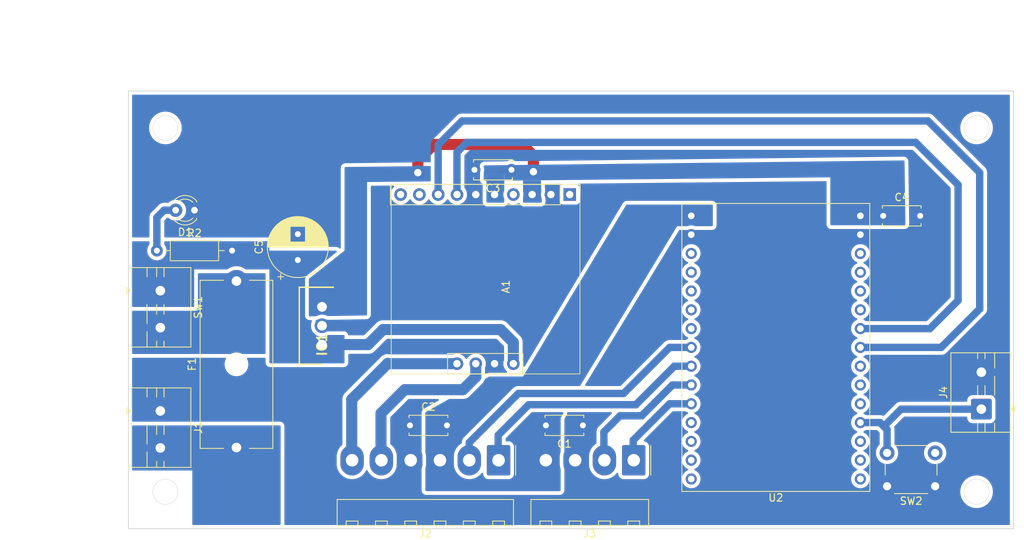
<source format=kicad_pcb>
(kicad_pcb (version 20241229) (generator "pcbnew") (generator_version "9.0")
  (title_block (title "Placa de controle") (date "2025-12-24") (rev "0"))
  (layers (0 "F.Cu" signal) (2 "B.Cu" signal) (13 "F.Paste" user) (15 "B.Paste" user) (5 "F.SilkS" user "F.Silkscreen") (7 "B.SilkS" user "B.Silkscreen") (1 "F.Mask" user) (3 "B.Mask" user) (25 "Edge.Cuts" user))
  (net 0 "")
  (net 1 "/BASE_ENC_A")
  (net 2 "/MOTOR_ENC_A")
  (net 7 "/MOTOR_ENC_B")
  (net 10 "/BASE_ENC_B")
  (net 14 "GND")
  (net 16 "/BTN_EN_CONTROL")
  (net 18 "/DRIVER_PWM1")
  (net 19 "+5V")
  (net 21 "+3V3")
  (net 26 "/DRIVER_PWM2")
  (net 28 "+12V")
  (net 32 "/MOTOR-")
  (net 33 "/MOTOR+")
  (net 35 "/V+")
  (net 36 "/V+_UNFUSED")
  (net 37 "Net-(D1-A)")
  (footprint "RWPendulum_Library:SW_PUSH_6mm_H4.3mm" (layer "F.Cu") (at 196.163 124.424 180)
    (property "Reference" "SW2" (at 3.25 -2 0) (layer "F.SilkS"))
    (property "Value" "SW_Push")
    (fp_line (start 6.75 3) (end 6.75 1.5) (stroke (width 0.12)) (layer "F.SilkS"))
    (fp_line (start 5.5 -1) (end 1 -1) (stroke (width 0.12)) (layer "F.SilkS"))
    (fp_line (start 1 5.5) (end 5.5 5.5) (stroke (width 0.12)) (layer "F.SilkS"))
    (fp_line (start -0.25 1.5) (end -0.25 3) (stroke (width 0.12)) (layer "F.SilkS"))
    (pad "1" thru_hole circle (at 0 0 270) (size 2 2) (drill 1.1) (layers "*.Cu" "*.Mask") (net 14 "GND"))
    (pad "1" thru_hole circle (at 6.5 0 270) (size 2 2) (drill 1.1) (layers "*.Cu" "*.Mask") (net 14 "GND"))
    (pad "2" thru_hole circle (at 0 4.5 270) (size 2 2) (drill 1.1) (layers "*.Cu" "*.Mask") (net 16 "/BTN_EN_CONTROL"))
    (pad "2" thru_hole circle (at 6.5 4.5 270) (size 2 2) (drill 1.1) (layers "*.Cu" "*.Mask") (net 16 "/BTN_EN_CONTROL"))
  )
  (footprint "RWPendulum_Library:C_Disc_D5.0mm_W2.5mm_P5.00mm" (layer "F.Cu") (at 148.55 116.205 180)
    (property "Reference" "C1" (at 2.5 -2.5 0) (layer "F.SilkS"))
    (property "Value" "100nF")
    (fp_line (start 5.12 1.37) (end -0.12 1.37) (stroke (width 0.12)) (layer "F.SilkS"))
    (fp_line (start 5.12 1.033) (end 5.12 1.37) (stroke (width 0.12)) (layer "F.SilkS"))
    (fp_line (start 5.12 -1.37) (end 5.12 -1.033) (stroke (width 0.12)) (layer "F.SilkS"))
    (fp_line (start -0.12 1.37) (end -0.12 1.033) (stroke (width 0.12)) (layer "F.SilkS"))
    (fp_line (start -0.12 -1.033) (end -0.12 -1.37) (stroke (width 0.12)) (layer "F.SilkS"))
    (fp_line (start -0.12 -1.37) (end 5.12 -1.37) (stroke (width 0.12)) (layer "F.SilkS"))
    (pad "1" thru_hole circle (at 0 0 180) (size 1.6 1.6) (drill 0.8) (layers "*.Cu" "*.Mask") (net 14 "GND"))
    (pad "2" thru_hole circle (at 5 0 180) (size 1.6 1.6) (drill 0.8) (layers "*.Cu" "*.Mask") (net 21 "+3V3"))
  )
  (footprint "RWPendulum_Library:C_Disc_D5.0mm_W2.5mm_P5.00mm" (layer "F.Cu") (at 125.175 116.205)
    (property "Reference" "C2" (at 2.5 -2.5 0) (layer "F.SilkS"))
    (property "Value" "100nF")
    (fp_line (start -0.12 -1.37) (end 5.12 -1.37) (stroke (width 0.12)) (layer "F.SilkS"))
    (fp_line (start -0.12 -1.033) (end -0.12 -1.37) (stroke (width 0.12)) (layer "F.SilkS"))
    (fp_line (start -0.12 1.37) (end -0.12 1.033) (stroke (width 0.12)) (layer "F.SilkS"))
    (fp_line (start 5.12 -1.37) (end 5.12 -1.033) (stroke (width 0.12)) (layer "F.SilkS"))
    (fp_line (start 5.12 1.033) (end 5.12 1.37) (stroke (width 0.12)) (layer "F.SilkS"))
    (fp_line (start 5.12 1.37) (end -0.12 1.37) (stroke (width 0.12)) (layer "F.SilkS"))
    (pad "1" thru_hole circle (at 0 0) (size 1.6 1.6) (drill 0.8) (layers "*.Cu" "*.Mask") (net 14 "GND"))
    (pad "2" thru_hole circle (at 5 0) (size 1.6 1.6) (drill 0.8) (layers "*.Cu" "*.Mask") (net 21 "+3V3"))
  )
  (footprint "RWPendulum_Library:TO255P460X1020X2008-3P" (layer "F.Cu") (at 113.292 105.283 90)
    (property "Reference" "IC1" (at 0 0 90) (layer "F.SilkS") (effects (font (size 1.27 1.27) (thickness 0.254))))
    (property "Value" "L7805CV" (hide yes))
    (fp_line (start 7.75 -3.07) (end -2.65 -3.07) (stroke (width 0.2)) (layer "F.SilkS"))
    (fp_line (start -2.65 -3.07) (end -2.65 0) (stroke (width 0.2)) (layer "F.SilkS"))
    (fp_line (start 7.75 1.53) (end 7.75 -3.07) (stroke (width 0.2)) (layer "F.SilkS"))
    (pad "1" thru_hole rect (at 0 0 90) (size 1.98 1.98) (drill 1.32) (layers "*.Cu" "*.Mask") (net 28 "+12V"))
    (pad "2" thru_hole circle (at 2.55 0 90) (size 1.98 1.98) (drill 1.32) (layers "*.Cu" "*.Mask") (net 14 "GND"))
    (pad "3" thru_hole circle (at 5.1 0 90) (size 1.98 1.98) (drill 1.32) (layers "*.Cu" "*.Mask") (net 19 "+5V"))
  )
  (footprint "RWPendulum_Library:C_Disc_D5.0mm_W2.5mm_P5.00mm" (layer "F.Cu") (at 189.143 87.884)
    (property "Reference" "C4" (at 2.5 -2.5 0) (layer "F.SilkS"))
    (property "Value" "100nF")
    (fp_line (start -0.12 -1.37) (end 5.12 -1.37) (stroke (width 0.12)) (layer "F.SilkS"))
    (fp_line (start -0.12 -1.033) (end -0.12 -1.37) (stroke (width 0.12)) (layer "F.SilkS"))
    (fp_line (start -0.12 1.37) (end -0.12 1.033) (stroke (width 0.12)) (layer "F.SilkS"))
    (fp_line (start 5.12 -1.37) (end 5.12 -1.033) (stroke (width 0.12)) (layer "F.SilkS"))
    (fp_line (start 5.12 1.033) (end 5.12 1.37) (stroke (width 0.12)) (layer "F.SilkS"))
    (fp_line (start 5.12 1.37) (end -0.12 1.37) (stroke (width 0.12)) (layer "F.SilkS"))
    (pad "1" thru_hole circle (at 0 0) (size 1.6 1.6) (drill 0.8) (layers "*.Cu" "*.Mask") (net 19 "+5V"))
    (pad "2" thru_hole circle (at 5 0) (size 1.6 1.6) (drill 0.8) (layers "*.Cu" "*.Mask") (net 14 "GND"))
  )
  (footprint "RWPendulum_Library:TerminalBlock_MaiXu_MX126-5.0-02P_1x02_P5.00mm" (layer "F.Cu") (at 91.44 114.253 -90)
    (property "Reference" "J1" (at 2.25 -5.12 90) (layer "F.SilkS"))
    (property "Value" "Screw_Terminal_01x02")
    (fp_line (start -3.12 3.92) (end -3.12 -4.12) (stroke (width 0.12)) (layer "F.SilkS"))
    (fp_line (start -0.3 3.92) (end -3.12 3.92) (stroke (width 0.12)) (layer "F.SilkS"))
    (fp_line (start 7.62 3.92) (end 0.3 3.92) (stroke (width 0.12)) (layer "F.SilkS"))
    (fp_line (start -3.12 1.8) (end -1.88 1.8) (stroke (width 0.12)) (layer "F.SilkS"))
    (fp_line (start 1.88 1.8) (end 4.457 1.8) (stroke (width 0.12)) (layer "F.SilkS"))
    (fp_line (start 5.543 1.8) (end 7.62 1.8) (stroke (width 0.12)) (layer "F.SilkS"))
    (fp_line (start -3.12 0.5) (end -1.88 0.5) (stroke (width 0.12)) (layer "F.SilkS"))
    (fp_line (start 1.88 0.5) (end 3.188 0.5) (stroke (width 0.12)) (layer "F.SilkS"))
    (fp_line (start 6.812 0.5) (end 7.62 0.5) (stroke (width 0.12)) (layer "F.SilkS"))
    (fp_line (start -3.12 -0.5) (end -1.88 -0.5) (stroke (width 0.12)) (layer "F.SilkS"))
    (fp_line (start 1.88 -0.5) (end 3.188 -0.5) (stroke (width 0.12)) (layer "F.SilkS"))
    (fp_line (start 6.812 -0.5) (end 7.62 -0.5) (stroke (width 0.12)) (layer "F.SilkS"))
    (fp_line (start -3.12 -4.12) (end 7.62 -4.12) (stroke (width 0.12)) (layer "F.SilkS"))
    (fp_line (start 7.62 -4.12) (end 7.62 3.92) (stroke (width 0.12)) (layer "F.SilkS"))
    (fp_poly (pts (xy 0 3.92) (xy 0.44 4.53) (xy -0.44 4.53)) (stroke (width 0.12)) (fill yes) (layer "F.SilkS"))
    (pad "1" thru_hole roundrect (at 0 0 270) (size 2.8 2.8) (drill 1.3) (layers "*.Cu" "*.Mask") (roundrect_rratio 0.089286) (net 14 "GND"))
    (pad "2" thru_hole circle (at 5 0 270) (size 2.8 2.8) (drill 1.3) (layers "*.Cu" "*.Mask") (net 36 "/V+_UNFUSED"))
  )
  (footprint "RWPendulum_Library:CP_Radial_D8.0mm_P3.50mm" (layer "F.Cu") (at 110.018564 93.853 90)
    (property "Reference" "C5" (at 1.75 -5.25 90) (layer "F.SilkS"))
    (property "Value" "470uF")
    (fp_line (start 1.79 -4.08) (end 1.79 4.08) (stroke (width 0.12)) (layer "F.SilkS"))
    (fp_line (start 1.75 -4.08) (end 1.75 4.08) (stroke (width 0.12)) (layer "F.SilkS"))
    (fp_line (start 1.83 -4.079) (end 1.83 4.079) (stroke (width 0.12)) (layer "F.SilkS"))
    (fp_line (start 1.87 -4.078) (end 1.87 4.078) (stroke (width 0.12)) (layer "F.SilkS"))
    (fp_line (start 1.91 -4.077) (end 1.91 4.077) (stroke (width 0.12)) (layer "F.SilkS"))
    (fp_line (start 1.95 -4.075) (end 1.95 4.075) (stroke (width 0.12)) (layer "F.SilkS"))
    (fp_line (start 1.99 -4.073) (end 1.99 4.073) (stroke (width 0.12)) (layer "F.SilkS"))
    (fp_line (start 2.03 -4.07) (end 2.03 4.07) (stroke (width 0.12)) (layer "F.SilkS"))
    (fp_line (start 2.07 -4.068) (end 2.07 4.068) (stroke (width 0.12)) (layer "F.SilkS"))
    (fp_line (start 2.11 -4.064) (end 2.11 4.064) (stroke (width 0.12)) (layer "F.SilkS"))
    (fp_line (start 2.15 -4.061) (end 2.15 4.061) (stroke (width 0.12)) (layer "F.SilkS"))
    (fp_line (start 2.19 -4.056) (end 2.19 4.056) (stroke (width 0.12)) (layer "F.SilkS"))
    (fp_line (start 2.23 -4.052) (end 2.23 4.052) (stroke (width 0.12)) (layer "F.SilkS"))
    (fp_line (start 2.27 -4.047) (end 2.27 4.047) (stroke (width 0.12)) (layer "F.SilkS"))
    (fp_line (start 2.31 -4.042) (end 2.31 4.042) (stroke (width 0.12)) (layer "F.SilkS"))
    (fp_line (start 2.35 -4.036) (end 2.35 4.036) (stroke (width 0.12)) (layer "F.SilkS"))
    (fp_line (start 2.39 -4.03) (end 2.39 4.03) (stroke (width 0.12)) (layer "F.SilkS"))
    (fp_line (start 2.43 -4.023) (end 2.43 4.023) (stroke (width 0.12)) (layer "F.SilkS"))
    (fp_line (start 2.47 -4.017) (end 2.47 -1.04) (stroke (width 0.12)) (layer "F.SilkS"))
    (fp_line (start 2.51 -4.009) (end 2.51 -1.04) (stroke (width 0.12)) (layer "F.SilkS"))
    (fp_line (start 2.55 -4.002) (end 2.55 -1.04) (stroke (width 0.12)) (layer "F.SilkS"))
    (fp_line (start 2.59 -3.993) (end 2.59 -1.04) (stroke (width 0.12)) (layer "F.SilkS"))
    (fp_line (start 2.63 -3.985) (end 2.63 -1.04) (stroke (width 0.12)) (layer "F.SilkS"))
    (fp_line (start 2.67 -3.976) (end 2.67 -1.04) (stroke (width 0.12)) (layer "F.SilkS"))
    (fp_line (start 2.71 -3.967) (end 2.71 -1.04) (stroke (width 0.12)) (layer "F.SilkS"))
    (fp_line (start 2.75 -3.957) (end 2.75 -1.04) (stroke (width 0.12)) (layer "F.SilkS"))
    (fp_line (start 2.79 -3.947) (end 2.79 -1.04) (stroke (width 0.12)) (layer "F.SilkS"))
    (fp_line (start 2.83 -3.936) (end 2.83 -1.04) (stroke (width 0.12)) (layer "F.SilkS"))
    (fp_line (start 2.87 -3.925) (end 2.87 -1.04) (stroke (width 0.12)) (layer "F.SilkS"))
    (fp_line (start 2.91 -3.913) (end 2.91 -1.04) (stroke (width 0.12)) (layer "F.SilkS"))
    (fp_line (start 2.95 -3.901) (end 2.95 -1.04) (stroke (width 0.12)) (layer "F.SilkS"))
    (fp_line (start 2.99 -3.889) (end 2.99 -1.04) (stroke (width 0.12)) (layer "F.SilkS"))
    (fp_line (start 3.03 -3.876) (end 3.03 -1.04) (stroke (width 0.12)) (layer "F.SilkS"))
    (fp_line (start 3.07 -3.863) (end 3.07 -1.04) (stroke (width 0.12)) (layer "F.SilkS"))
    (fp_line (start 3.11 -3.849) (end 3.11 -1.04) (stroke (width 0.12)) (layer "F.SilkS"))
    (fp_line (start 3.15 -3.835) (end 3.15 -1.04) (stroke (width 0.12)) (layer "F.SilkS"))
    (fp_line (start 3.19 -3.82) (end 3.19 -1.04) (stroke (width 0.12)) (layer "F.SilkS"))
    (fp_line (start 3.23 -3.805) (end 3.23 -1.04) (stroke (width 0.12)) (layer "F.SilkS"))
    (fp_line (start 3.27 -3.789) (end 3.27 -1.04) (stroke (width 0.12)) (layer "F.SilkS"))
    (fp_line (start 3.31 -3.773) (end 3.31 -1.04) (stroke (width 0.12)) (layer "F.SilkS"))
    (fp_line (start 3.35 -3.757) (end 3.35 -1.04) (stroke (width 0.12)) (layer "F.SilkS"))
    (fp_line (start 3.39 -3.74) (end 3.39 -1.04) (stroke (width 0.12)) (layer "F.SilkS"))
    (fp_line (start 3.43 -3.722) (end 3.43 -1.04) (stroke (width 0.12)) (layer "F.SilkS"))
    (fp_line (start 3.47 -3.704) (end 3.47 -1.04) (stroke (width 0.12)) (layer "F.SilkS"))
    (fp_line (start 3.51 -3.685) (end 3.51 -1.04) (stroke (width 0.12)) (layer "F.SilkS"))
    (fp_line (start 3.55 -3.666) (end 3.55 -1.04) (stroke (width 0.12)) (layer "F.SilkS"))
    (fp_line (start 3.59 -3.646) (end 3.59 -1.04) (stroke (width 0.12)) (layer "F.SilkS"))
    (fp_line (start 3.63 -3.626) (end 3.63 -1.04) (stroke (width 0.12)) (layer "F.SilkS"))
    (fp_line (start 3.67 -3.605) (end 3.67 -1.04) (stroke (width 0.12)) (layer "F.SilkS"))
    (fp_line (start 3.71 -3.584) (end 3.71 -1.04) (stroke (width 0.12)) (layer "F.SilkS"))
    (fp_line (start 3.75 -3.562) (end 3.75 -1.04) (stroke (width 0.12)) (layer "F.SilkS"))
    (fp_line (start 3.79 -3.539) (end 3.79 -1.04) (stroke (width 0.12)) (layer "F.SilkS"))
    (fp_line (start 3.83 -3.516) (end 3.83 -1.04) (stroke (width 0.12)) (layer "F.SilkS"))
    (fp_line (start 3.87 -3.493) (end 3.87 -1.04) (stroke (width 0.12)) (layer "F.SilkS"))
    (fp_line (start 3.91 -3.468) (end 3.91 -1.04) (stroke (width 0.12)) (layer "F.SilkS"))
    (fp_line (start 3.95 -3.443) (end 3.95 -1.04) (stroke (width 0.12)) (layer "F.SilkS"))
    (fp_line (start 3.99 -3.418) (end 3.99 -1.04) (stroke (width 0.12)) (layer "F.SilkS"))
    (fp_line (start 4.03 -3.392) (end 4.03 -1.04) (stroke (width 0.12)) (layer "F.SilkS"))
    (fp_line (start 4.07 -3.365) (end 4.07 -1.04) (stroke (width 0.12)) (layer "F.SilkS"))
    (fp_line (start 4.11 -3.337) (end 4.11 -1.04) (stroke (width 0.12)) (layer "F.SilkS"))
    (fp_line (start 4.15 -3.309) (end 4.15 -1.04) (stroke (width 0.12)) (layer "F.SilkS"))
    (fp_line (start 4.19 -3.28) (end 4.19 -1.04) (stroke (width 0.12)) (layer "F.SilkS"))
    (fp_line (start 4.23 -3.25) (end 4.23 -1.04) (stroke (width 0.12)) (layer "F.SilkS"))
    (fp_line (start 4.27 -3.219) (end 4.27 -1.04) (stroke (width 0.12)) (layer "F.SilkS"))
    (fp_line (start 4.31 -3.188) (end 4.31 -1.04) (stroke (width 0.12)) (layer "F.SilkS"))
    (fp_line (start 4.35 -3.156) (end 4.35 -1.04) (stroke (width 0.12)) (layer "F.SilkS"))
    (fp_line (start 4.39 -3.123) (end 4.39 -1.04) (stroke (width 0.12)) (layer "F.SilkS"))
    (fp_line (start 4.43 -3.089) (end 4.43 -1.04) (stroke (width 0.12)) (layer "F.SilkS"))
    (fp_line (start 4.47 -3.055) (end 4.47 -1.04) (stroke (width 0.12)) (layer "F.SilkS"))
    (fp_line (start 4.51 -3.019) (end 4.51 -1.04) (stroke (width 0.12)) (layer "F.SilkS"))
    (fp_line (start 4.55 -2.982) (end 4.55 2.982) (stroke (width 0.12)) (layer "F.SilkS"))
    (fp_line (start 4.59 -2.945) (end 4.59 2.945) (stroke (width 0.12)) (layer "F.SilkS"))
    (fp_line (start 4.63 -2.906) (end 4.63 2.906) (stroke (width 0.12)) (layer "F.SilkS"))
    (fp_line (start 4.67 -2.867) (end 4.67 2.867) (stroke (width 0.12)) (layer "F.SilkS"))
    (fp_line (start 4.71 -2.826) (end 4.71 2.826) (stroke (width 0.12)) (layer "F.SilkS"))
    (fp_line (start 4.75 -2.784) (end 4.75 2.784) (stroke (width 0.12)) (layer "F.SilkS"))
    (fp_line (start 4.79 -2.741) (end 4.79 2.741) (stroke (width 0.12)) (layer "F.SilkS"))
    (fp_line (start -2.259698 -2.715) (end -2.259698 -1.915) (stroke (width 0.12)) (layer "F.SilkS"))
    (fp_line (start 4.83 -2.696) (end 4.83 2.696) (stroke (width 0.12)) (layer "F.SilkS"))
    (fp_line (start 4.87 -2.651) (end 4.87 2.651) (stroke (width 0.12)) (layer "F.SilkS"))
    (fp_line (start 4.91 -2.604) (end 4.91 2.604) (stroke (width 0.12)) (layer "F.SilkS"))
    (fp_line (start 4.95 -2.555) (end 4.95 2.555) (stroke (width 0.12)) (layer "F.SilkS"))
    (fp_line (start 4.99 -2.505) (end 4.99 2.505) (stroke (width 0.12)) (layer "F.SilkS"))
    (fp_line (start 5.03 -2.453) (end 5.03 2.453) (stroke (width 0.12)) (layer "F.SilkS"))
    (fp_line (start 5.07 -2.4) (end 5.07 2.4) (stroke (width 0.12)) (layer "F.SilkS"))
    (fp_line (start 5.11 -2.344) (end 5.11 2.344) (stroke (width 0.12)) (layer "F.SilkS"))
    (fp_line (start -2.659698 -2.315) (end -1.859698 -2.315) (stroke (width 0.12)) (layer "F.SilkS"))
    (fp_line (start 5.15 -2.287) (end 5.15 2.287) (stroke (width 0.12)) (layer "F.SilkS"))
    (fp_line (start 5.19 -2.227) (end 5.19 2.227) (stroke (width 0.12)) (layer "F.SilkS"))
    (fp_line (start 5.23 -2.165) (end 5.23 2.165) (stroke (width 0.12)) (layer "F.SilkS"))
    (fp_line (start 5.27 -2.101) (end 5.27 2.101) (stroke (width 0.12)) (layer "F.SilkS"))
    (fp_line (start 5.31 -2.034) (end 5.31 2.034) (stroke (width 0.12)) (layer "F.SilkS"))
    (fp_line (start 5.35 -1.964) (end 5.35 1.964) (stroke (width 0.12)) (layer "F.SilkS"))
    (fp_line (start 5.39 -1.89) (end 5.39 1.89) (stroke (width 0.12)) (layer "F.SilkS"))
    (fp_line (start 5.43 -1.813) (end 5.43 1.813) (stroke (width 0.12)) (layer "F.SilkS"))
    (fp_line (start 5.47 -1.731) (end 5.47 1.731) (stroke (width 0.12)) (layer "F.SilkS"))
    (fp_line (start 5.51 -1.644) (end 5.51 1.644) (stroke (width 0.12)) (layer "F.SilkS"))
    (fp_line (start 5.55 -1.552) (end 5.55 1.552) (stroke (width 0.12)) (layer "F.SilkS"))
    (fp_line (start 5.59 -1.453) (end 5.59 1.453) (stroke (width 0.12)) (layer "F.SilkS"))
    (fp_line (start 5.63 -1.346) (end 5.63 1.346) (stroke (width 0.12)) (layer "F.SilkS"))
    (fp_line (start 5.67 -1.228) (end 5.67 1.228) (stroke (width 0.12)) (layer "F.SilkS"))
    (fp_line (start 5.71 -1.097) (end 5.71 1.097) (stroke (width 0.12)) (layer "F.SilkS"))
    (fp_line (start 5.75 -0.947) (end 5.75 0.947) (stroke (width 0.12)) (layer "F.SilkS"))
    (fp_line (start 5.79 -0.768) (end 5.79 0.768) (stroke (width 0.12)) (layer "F.SilkS"))
    (fp_line (start 5.83 -0.533) (end 5.83 0.533) (stroke (width 0.12)) (layer "F.SilkS"))
    (fp_line (start 4.51 1.04) (end 4.51 3.019) (stroke (width 0.12)) (layer "F.SilkS"))
    (fp_line (start 4.47 1.04) (end 4.47 3.055) (stroke (width 0.12)) (layer "F.SilkS"))
    (fp_line (start 4.43 1.04) (end 4.43 3.089) (stroke (width 0.12)) (layer "F.SilkS"))
    (fp_line (start 4.39 1.04) (end 4.39 3.123) (stroke (width 0.12)) (layer "F.SilkS"))
    (fp_line (start 4.35 1.04) (end 4.35 3.156) (stroke (width 0.12)) (layer "F.SilkS"))
    (fp_line (start 4.31 1.04) (end 4.31 3.188) (stroke (width 0.12)) (layer "F.SilkS"))
    (fp_line (start 4.27 1.04) (end 4.27 3.219) (stroke (width 0.12)) (layer "F.SilkS"))
    (fp_line (start 4.23 1.04) (end 4.23 3.25) (stroke (width 0.12)) (layer "F.SilkS"))
    (fp_line (start 4.19 1.04) (end 4.19 3.28) (stroke (width 0.12)) (layer "F.SilkS"))
    (fp_line (start 4.15 1.04) (end 4.15 3.309) (stroke (width 0.12)) (layer "F.SilkS"))
    (fp_line (start 4.11 1.04) (end 4.11 3.337) (stroke (width 0.12)) (layer "F.SilkS"))
    (fp_line (start 4.07 1.04) (end 4.07 3.365) (stroke (width 0.12)) (layer "F.SilkS"))
    (fp_line (start 4.03 1.04) (end 4.03 3.392) (stroke (width 0.12)) (layer "F.SilkS"))
    (fp_line (start 3.99 1.04) (end 3.99 3.418) (stroke (width 0.12)) (layer "F.SilkS"))
    (fp_line (start 3.95 1.04) (end 3.95 3.443) (stroke (width 0.12)) (layer "F.SilkS"))
    (fp_line (start 3.91 1.04) (end 3.91 3.468) (stroke (width 0.12)) (layer "F.SilkS"))
    (fp_line (start 3.87 1.04) (end 3.87 3.493) (stroke (width 0.12)) (layer "F.SilkS"))
    (fp_line (start 3.83 1.04) (end 3.83 3.516) (stroke (width 0.12)) (layer "F.SilkS"))
    (fp_line (start 3.79 1.04) (end 3.79 3.539) (stroke (width 0.12)) (layer "F.SilkS"))
    (fp_line (start 3.75 1.04) (end 3.75 3.562) (stroke (width 0.12)) (layer "F.SilkS"))
    (fp_line (start 3.71 1.04) (end 3.71 3.584) (stroke (width 0.12)) (layer "F.SilkS"))
    (fp_line (start 3.67 1.04) (end 3.67 3.605) (stroke (width 0.12)) (layer "F.SilkS"))
    (fp_line (start 3.63 1.04) (end 3.63 3.626) (stroke (width 0.12)) (layer "F.SilkS"))
    (fp_line (start 3.59 1.04) (end 3.59 3.646) (stroke (width 0.12)) (layer "F.SilkS"))
    (fp_line (start 3.55 1.04) (end 3.55 3.666) (stroke (width 0.12)) (layer "F.SilkS"))
    (fp_line (start 3.51 1.04) (end 3.51 3.685) (stroke (width 0.12)) (layer "F.SilkS"))
    (fp_line (start 3.47 1.04) (end 3.47 3.704) (stroke (width 0.12)) (layer "F.SilkS"))
    (fp_line (start 3.43 1.04) (end 3.43 3.722) (stroke (width 0.12)) (layer "F.SilkS"))
    (fp_line (start 3.39 1.04) (end 3.39 3.74) (stroke (width 0.12)) (layer "F.SilkS"))
    (fp_line (start 3.35 1.04) (end 3.35 3.757) (stroke (width 0.12)) (layer "F.SilkS"))
    (fp_line (start 3.31 1.04) (end 3.31 3.773) (stroke (width 0.12)) (layer "F.SilkS"))
    (fp_line (start 3.27 1.04) (end 3.27 3.789) (stroke (width 0.12)) (layer "F.SilkS"))
    (fp_line (start 3.23 1.04) (end 3.23 3.805) (stroke (width 0.12)) (layer "F.SilkS"))
    (fp_line (start 3.19 1.04) (end 3.19 3.82) (stroke (width 0.12)) (layer "F.SilkS"))
    (fp_line (start 3.15 1.04) (end 3.15 3.835) (stroke (width 0.12)) (layer "F.SilkS"))
    (fp_line (start 3.11 1.04) (end 3.11 3.849) (stroke (width 0.12)) (layer "F.SilkS"))
    (fp_line (start 3.07 1.04) (end 3.07 3.863) (stroke (width 0.12)) (layer "F.SilkS"))
    (fp_line (start 3.03 1.04) (end 3.03 3.876) (stroke (width 0.12)) (layer "F.SilkS"))
    (fp_line (start 2.99 1.04) (end 2.99 3.889) (stroke (width 0.12)) (layer "F.SilkS"))
    (fp_line (start 2.95 1.04) (end 2.95 3.901) (stroke (width 0.12)) (layer "F.SilkS"))
    (fp_line (start 2.91 1.04) (end 2.91 3.913) (stroke (width 0.12)) (layer "F.SilkS"))
    (fp_line (start 2.87 1.04) (end 2.87 3.925) (stroke (width 0.12)) (layer "F.SilkS"))
    (fp_line (start 2.83 1.04) (end 2.83 3.936) (stroke (width 0.12)) (layer "F.SilkS"))
    (fp_line (start 2.79 1.04) (end 2.79 3.947) (stroke (width 0.12)) (layer "F.SilkS"))
    (fp_line (start 2.75 1.04) (end 2.75 3.957) (stroke (width 0.12)) (layer "F.SilkS"))
    (fp_line (start 2.71 1.04) (end 2.71 3.967) (stroke (width 0.12)) (layer "F.SilkS"))
    (fp_line (start 2.67 1.04) (end 2.67 3.976) (stroke (width 0.12)) (layer "F.SilkS"))
    (fp_line (start 2.63 1.04) (end 2.63 3.985) (stroke (width 0.12)) (layer "F.SilkS"))
    (fp_line (start 2.59 1.04) (end 2.59 3.993) (stroke (width 0.12)) (layer "F.SilkS"))
    (fp_line (start 2.55 1.04) (end 2.55 4.002) (stroke (width 0.12)) (layer "F.SilkS"))
    (fp_line (start 2.51 1.04) (end 2.51 4.009) (stroke (width 0.12)) (layer "F.SilkS"))
    (fp_line (start 2.47 1.04) (end 2.47 4.017) (stroke (width 0.12)) (layer "F.SilkS"))
    (fp_circle (center 1.75 0) (end 5.87 0) (stroke (width 0.12)) (fill no) (layer "F.SilkS"))
    (pad "1" thru_hole roundrect (at 0 0 90) (size 1.6 1.6) (drill 0.8) (layers "*.Cu" "*.Mask") (roundrect_rratio 0.15625) (net 28 "+12V"))
    (pad "2" thru_hole circle (at 3.5 0 90) (size 1.6 1.6) (drill 0.8) (layers "*.Cu" "*.Mask") (net 14 "GND"))
  )
  (footprint "RWPendulum_Library:Fuseholder_Cylinder-5x20mm_Schurter_0031_8201_Horizontal_Open" (layer "F.Cu") (at 101.727 119.2 90)
    (property "Reference" "F1" (at 11.25 -6 90) (layer "F.SilkS"))
    (property "Value" "Fuse")
    (fp_line (start -0.11 -4.91) (end 22.61 -4.91) (stroke (width 0.12)) (layer "F.SilkS"))
    (fp_line (start 22.61 -1.75) (end 22.61 -4.91) (stroke (width 0.12)) (layer "F.SilkS"))
    (fp_line (start -0.11 -1.75) (end -0.11 -4.91) (stroke (width 0.12)) (layer "F.SilkS"))
    (fp_line (start 22.61 4.91) (end 22.61 1.75) (stroke (width 0.12)) (layer "F.SilkS"))
    (fp_line (start -0.11 4.91) (end -0.11 1.75) (stroke (width 0.12)) (layer "F.SilkS"))
    (fp_line (start -0.11 4.91) (end 22.61 4.91) (stroke (width 0.12)) (layer "F.SilkS"))
    (pad "" np_thru_hole circle (at 11.25 0 90) (size 2.7 2.7) (drill 2.7) (layers "*.Cu" "*.Mask"))
    (pad "1" thru_hole circle (at 0 0 90) (size 3 3) (drill 1.3) (layers "*.Cu" "*.Mask") (net 36 "/V+_UNFUSED"))
    (pad "2" thru_hole circle (at 22.5 0 90) (size 3 3) (drill 1.3) (layers "*.Cu" "*.Mask") (net 35 "/V+"))
  )
  (footprint "RWPendulum_Library:TerminalBlock_MaiXu_MX126-5.0-02P_1x02_P5.00mm" (layer "F.Cu") (at 202.4055 114.01 90)
    (property "Reference" "J4" (at 2.25 -5.12 90) (layer "F.SilkS"))
    (property "Value" "Screw_Terminal_01x02")
    (fp_line (start 7.62 -4.12) (end 7.62 3.92) (stroke (width 0.12)) (layer "F.SilkS"))
    (fp_line (start -3.12 -4.12) (end 7.62 -4.12) (stroke (width 0.12)) (layer "F.SilkS"))
    (fp_line (start 6.812 -0.5) (end 7.62 -0.5) (stroke (width 0.12)) (layer "F.SilkS"))
    (fp_line (start 1.88 -0.5) (end 3.188 -0.5) (stroke (width 0.12)) (layer "F.SilkS"))
    (fp_line (start -3.12 -0.5) (end -1.88 -0.5) (stroke (width 0.12)) (layer "F.SilkS"))
    (fp_line (start 6.812 0.5) (end 7.62 0.5) (stroke (width 0.12)) (layer "F.SilkS"))
    (fp_line (start 1.88 0.5) (end 3.188 0.5) (stroke (width 0.12)) (layer "F.SilkS"))
    (fp_line (start -3.12 0.5) (end -1.88 0.5) (stroke (width 0.12)) (layer "F.SilkS"))
    (fp_line (start 5.543 1.8) (end 7.62 1.8) (stroke (width 0.12)) (layer "F.SilkS"))
    (fp_line (start 1.88 1.8) (end 4.457 1.8) (stroke (width 0.12)) (layer "F.SilkS"))
    (fp_line (start -3.12 1.8) (end -1.88 1.8) (stroke (width 0.12)) (layer "F.SilkS"))
    (fp_line (start 7.62 3.92) (end 0.3 3.92) (stroke (width 0.12)) (layer "F.SilkS"))
    (fp_line (start -0.3 3.92) (end -3.12 3.92) (stroke (width 0.12)) (layer "F.SilkS"))
    (fp_line (start -3.12 3.92) (end -3.12 -4.12) (stroke (width 0.12)) (layer "F.SilkS"))
    (fp_poly (pts (xy 0 3.92) (xy 0.44 4.53) (xy -0.44 4.53)) (stroke (width 0.12)) (fill yes) (layer "F.SilkS"))
    (pad "1" thru_hole roundrect (at 0 0 90) (size 2.8 2.8) (drill 1.3) (layers "*.Cu" "*.Mask") (roundrect_rratio 0.089286) (net 16 "/BTN_EN_CONTROL"))
    (pad "2" thru_hole circle (at 5 0 90) (size 2.8 2.8) (drill 1.3) (layers "*.Cu" "*.Mask") (net 14 "GND"))
  )
  (footprint "RWPendulum_Library:ESP32-C3-DevKitM-1" (layer "F.Cu") (at 163.195 87.884)
    (property "Reference" "U2" (at 11.43 38.1 0) (layer "F.SilkS"))
    (property "Value" "ESP32-DEVKIT-V1")
    (fp_line (start -1.27 -1.68) (end 24.13 -1.68) (stroke (width 0.12)) (layer "F.SilkS"))
    (fp_line (start -1.27 37.24) (end -1.27 -1.68) (stroke (width 0.12)) (layer "F.SilkS"))
    (fp_line (start 24.13 -1.68) (end 24.13 37.24) (stroke (width 0.12)) (layer "F.SilkS"))
    (fp_line (start 24.13 37.24) (end -1.27 37.24) (stroke (width 0.12)) (layer "F.SilkS"))
    (pad "1" thru_hole rect (at 0 0) (size 1.5 1.5) (drill 0.9) (layers "*.Cu" "*.Mask") (net 21 "+3V3"))
    (pad "2" thru_hole circle (at 0 2.54) (size 1.5 1.5) (drill 0.9) (layers "*.Cu" "*.Mask") (net 14 "GND"))
    (pad "3" thru_hole circle (at 0 5.08) (size 1.5 1.5) (drill 0.9) (layers "*.Cu" "*.Mask"))
    (pad "4" thru_hole circle (at 0 7.62) (size 1.5 1.5) (drill 0.9) (layers "*.Cu" "*.Mask"))
    (pad "5" thru_hole circle (at 0 10.16) (size 1.5 1.5) (drill 0.9) (layers "*.Cu" "*.Mask"))
    (pad "6" thru_hole circle (at 0 12.7) (size 1.5 1.5) (drill 0.9) (layers "*.Cu" "*.Mask"))
    (pad "7" thru_hole circle (at 0 15.24) (size 1.5 1.5) (drill 0.9) (layers "*.Cu" "*.Mask"))
    (pad "8" thru_hole circle (at 0 17.78) (size 1.5 1.5) (drill 0.9) (layers "*.Cu" "*.Mask") (net 2 "/MOTOR_ENC_A"))
    (pad "9" thru_hole circle (at 0 20.32) (size 1.5 1.5) (drill 0.9) (layers "*.Cu" "*.Mask") (net 7 "/MOTOR_ENC_B"))
    (pad "10" thru_hole circle (at 0 22.86) (size 1.5 1.5) (drill 0.9) (layers "*.Cu" "*.Mask") (net 1 "/BASE_ENC_A"))
    (pad "11" thru_hole circle (at 0 25.4) (size 1.5 1.5) (drill 0.9) (layers "*.Cu" "*.Mask") (net 10 "/BASE_ENC_B"))
    (pad "12" thru_hole circle (at 0 27.94) (size 1.5 1.5) (drill 0.9) (layers "*.Cu" "*.Mask"))
    (pad "13" thru_hole circle (at 0 30.48) (size 1.5 1.5) (drill 0.9) (layers "*.Cu" "*.Mask"))
    (pad "14" thru_hole circle (at 0 33.02) (size 1.5 1.5) (drill 0.9) (layers "*.Cu" "*.Mask"))
    (pad "15" thru_hole circle (at 0 35.56) (size 1.5 1.5) (drill 0.9) (layers "*.Cu" "*.Mask"))
    (pad "16" thru_hole circle (at 22.86 35.56) (size 1.5 1.5) (drill 0.9) (layers "*.Cu" "*.Mask"))
    (pad "17" thru_hole circle (at 22.86 33.02) (size 1.5 1.5) (drill 0.9) (layers "*.Cu" "*.Mask"))
    (pad "18" thru_hole circle (at 22.86 30.48) (size 1.5 1.5) (drill 0.9) (layers "*.Cu" "*.Mask"))
    (pad "19" thru_hole circle (at 22.86 27.94) (size 1.5 1.5) (drill 0.9) (layers "*.Cu" "*.Mask") (net 16 "/BTN_EN_CONTROL"))
    (pad "20" thru_hole circle (at 22.86 25.4) (size 1.5 1.5) (drill 0.9) (layers "*.Cu" "*.Mask"))
    (pad "21" thru_hole circle (at 22.86 22.86) (size 1.5 1.5) (drill 0.9) (layers "*.Cu" "*.Mask"))
    (pad "22" thru_hole circle (at 22.86 20.32) (size 1.5 1.5) (drill 0.9) (layers "*.Cu" "*.Mask"))
    (pad "23" thru_hole circle (at 22.86 17.78) (size 1.5 1.5) (drill 0.9) (layers "*.Cu" "*.Mask") (net 18 "/DRIVER_PWM1"))
    (pad "24" thru_hole circle (at 22.86 15.24) (size 1.5 1.5) (drill 0.9) (layers "*.Cu" "*.Mask") (net 26 "/DRIVER_PWM2"))
    (pad "25" thru_hole circle (at 22.86 12.7) (size 1.5 1.5) (drill 0.9) (layers "*.Cu" "*.Mask"))
    (pad "26" thru_hole circle (at 22.86 10.16) (size 1.5 1.5) (drill 0.9) (layers "*.Cu" "*.Mask"))
    (pad "27" thru_hole circle (at 22.86 7.62) (size 1.5 1.5) (drill 0.9) (layers "*.Cu" "*.Mask"))
    (pad "28" thru_hole circle (at 22.86 5.08) (size 1.5 1.5) (drill 0.9) (layers "*.Cu" "*.Mask"))
    (pad "29" thru_hole circle (at 22.86 2.54) (size 1.5 1.5) (drill 0.9) (layers "*.Cu" "*.Mask") (net 14 "GND"))
    (pad "30" thru_hole circle (at 22.86 0) (size 1.5 1.5) (drill 0.9) (layers "*.Cu" "*.Mask") (net 19 "+5V"))
  )
  (footprint "RWPendulum_Library:LED_D3.0mm" (layer "F.Cu") (at 96.048564 87.122 180)
    (property "Reference" "D1" (at 1.27 -2.96 0) (layer "F.SilkS"))
    (property "Value" "LED")
    (fp_line (start -0.29 1.08) (end -0.29 1.236) (stroke (width 0.12)) (layer "F.SilkS"))
    (fp_line (start -0.29 -1.236) (end -0.29 -1.08) (stroke (width 0.12)) (layer "F.SilkS"))
    (fp_arc (start 2.941437 1.08) (mid 1.36566 1.987699) (end -0.29 1.235516) (stroke (width 0.12)) (layer "F.SilkS"))
    (fp_arc (start 2.310961 1.08) (mid 1.27 1.5) (end 0.229039 1.08) (stroke (width 0.12)) (layer "F.SilkS"))
    (fp_arc (start 0.229039 -1.08) (mid 1.27 -1.5) (end 2.310961 -1.08) (stroke (width 0.12)) (layer "F.SilkS"))
    (fp_arc (start -0.29 -1.235516) (mid 1.36566 -1.987699) (end 2.941437 -1.08) (stroke (width 0.12)) (layer "F.SilkS"))
    (pad "1" thru_hole rect (at 0 0 180) (size 1.8 1.8) (drill 0.9) (layers "*.Cu" "*.Mask") (net 14 "GND"))
    (pad "2" thru_hole circle (at 2.54 0 180) (size 1.8 1.8) (drill 0.9) (layers "*.Cu" "*.Mask") (net 37 "Net-(D1-A)"))
  )
  (footprint "RWPendulum_Library:Molex_KK-396_A-41792-0004_1x04_P3.96mm_Horizontal" (layer "F.Cu") (at 155.419 120.919 180)
    (property "Reference" "J3" (at 5.94 -9.92 0) (layer "F.SilkS"))
    (property "Value" "Conn_01x04_Pin")
    (fp_line (start 13.895 -5.3) (end -2.015 -5.3) (stroke (width 0.12)) (layer "F.SilkS"))
    (fp_line (start 13.895 -8.82) (end 13.895 -5.3) (stroke (width 0.12)) (layer "F.SilkS"))
    (fp_line (start 12.68 -8.22) (end 12.68 -8.82) (stroke (width 0.12)) (layer "F.SilkS"))
    (fp_line (start 11.08 -8.22) (end 12.68 -8.22) (stroke (width 0.12)) (layer "F.SilkS"))
    (fp_line (start 11.08 -8.82) (end 11.08 -8.22) (stroke (width 0.12)) (layer "F.SilkS"))
    (fp_line (start 8.72 -8.22) (end 8.72 -8.82) (stroke (width 0.12)) (layer "F.SilkS"))
    (fp_line (start 7.12 -8.22) (end 8.72 -8.22) (stroke (width 0.12)) (layer "F.SilkS"))
    (fp_line (start 7.12 -8.82) (end 7.12 -8.22) (stroke (width 0.12)) (layer "F.SilkS"))
    (fp_line (start 4.76 -8.22) (end 4.76 -8.82) (stroke (width 0.12)) (layer "F.SilkS"))
    (fp_line (start 3.16 -8.22) (end 4.76 -8.22) (stroke (width 0.12)) (layer "F.SilkS"))
    (fp_line (start 3.16 -8.82) (end 3.16 -8.22) (stroke (width 0.12)) (layer "F.SilkS"))
    (fp_line (start 0.8 -8.22) (end 0.8 -8.82) (stroke (width 0.12)) (layer "F.SilkS"))
    (fp_line (start -0.8 -8.22) (end 0.8 -8.22) (stroke (width 0.12)) (layer "F.SilkS"))
    (fp_line (start -0.8 -8.82) (end -0.8 -8.22) (stroke (width 0.12)) (layer "F.SilkS"))
    (fp_line (start -2.015 -5.3) (end -2.015 -8.82) (stroke (width 0.12)) (layer "F.SilkS"))
    (fp_line (start -2.015 -8.82) (end 13.895 -8.82) (stroke (width 0.12)) (layer "F.SilkS"))
    (fp_line (start -2.305 -2) (end -2.305 2) (stroke (width 0.12)) (layer "F.SilkS"))
    (pad "1" thru_hole roundrect (at 0 0 180) (size 3.16 4.1) (drill 1.7) (layers "*.Cu" "*.Mask") (roundrect_rratio 0.079114) (net 10 "/BASE_ENC_B"))
    (pad "2" thru_hole oval (at 3.96 0 180) (size 3.16 4.1) (drill 1.7) (layers "*.Cu" "*.Mask") (net 1 "/BASE_ENC_A"))
    (pad "3" thru_hole oval (at 7.92 0 180) (size 3.16 4.1) (drill 1.7) (layers "*.Cu" "*.Mask") (net 14 "GND"))
    (pad "4" thru_hole oval (at 11.88 0 180) (size 3.16 4.1) (drill 1.7) (layers "*.Cu" "*.Mask") (net 21 "+3V3"))
  )
  (footprint "RWPendulum_Library:C_Disc_D5.0mm_W2.5mm_P5.00mm" (layer "F.Cu") (at 138.898 81.661 180)
    (property "Reference" "C3" (at 2.5 -2.5 0) (layer "F.SilkS"))
    (property "Value" "100nF")
    (fp_line (start 5.12 1.37) (end -0.12 1.37) (stroke (width 0.12)) (layer "F.SilkS"))
    (fp_line (start 5.12 1.033) (end 5.12 1.37) (stroke (width 0.12)) (layer "F.SilkS"))
    (fp_line (start 5.12 -1.37) (end 5.12 -1.033) (stroke (width 0.12)) (layer "F.SilkS"))
    (fp_line (start -0.12 1.37) (end -0.12 1.033) (stroke (width 0.12)) (layer "F.SilkS"))
    (fp_line (start -0.12 -1.033) (end -0.12 -1.37) (stroke (width 0.12)) (layer "F.SilkS"))
    (fp_line (start -0.12 -1.37) (end 5.12 -1.37) (stroke (width 0.12)) (layer "F.SilkS"))
    (pad "1" thru_hole circle (at 0 0 180) (size 1.6 1.6) (drill 0.8) (layers "*.Cu" "*.Mask") (net 19 "+5V"))
    (pad "2" thru_hole circle (at 5 0 180) (size 1.6 1.6) (drill 0.8) (layers "*.Cu" "*.Mask") (net 14 "GND"))
  )
  (footprint "RWPendulum_Library:Molex_KK-396_A-41792-0006_1x06_P3.96mm_Horizontal" (layer "F.Cu") (at 137.154 120.919 180)
    (property "Reference" "J2" (at 9.9 -9.92 0) (layer "F.SilkS"))
    (property "Value" "Conn_01x06_Pin")
    (fp_line (start 21.815 -5.3) (end -2.015 -5.3) (stroke (width 0.12)) (layer "F.SilkS"))
    (fp_line (start 21.815 -8.82) (end 21.815 -5.3) (stroke (width 0.12)) (layer "F.SilkS"))
    (fp_line (start 20.6 -8.22) (end 20.6 -8.82) (stroke (width 0.12)) (layer "F.SilkS"))
    (fp_line (start 19 -8.22) (end 20.6 -8.22) (stroke (width 0.12)) (layer "F.SilkS"))
    (fp_line (start 19 -8.82) (end 19 -8.22) (stroke (width 0.12)) (layer "F.SilkS"))
    (fp_line (start 16.64 -8.22) (end 16.64 -8.82) (stroke (width 0.12)) (layer "F.SilkS"))
    (fp_line (start 15.04 -8.22) (end 16.64 -8.22) (stroke (width 0.12)) (layer "F.SilkS"))
    (fp_line (start 15.04 -8.82) (end 15.04 -8.22) (stroke (width 0.12)) (layer "F.SilkS"))
    (fp_line (start 12.68 -8.22) (end 12.68 -8.82) (stroke (width 0.12)) (layer "F.SilkS"))
    (fp_line (start 11.08 -8.22) (end 12.68 -8.22) (stroke (width 0.12)) (layer "F.SilkS"))
    (fp_line (start 11.08 -8.82) (end 11.08 -8.22) (stroke (width 0.12)) (layer "F.SilkS"))
    (fp_line (start 8.72 -8.22) (end 8.72 -8.82) (stroke (width 0.12)) (layer "F.SilkS"))
    (fp_line (start 7.12 -8.22) (end 8.72 -8.22) (stroke (width 0.12)) (layer "F.SilkS"))
    (fp_line (start 7.12 -8.82) (end 7.12 -8.22) (stroke (width 0.12)) (layer "F.SilkS"))
    (fp_line (start 4.76 -8.22) (end 4.76 -8.82) (stroke (width 0.12)) (layer "F.SilkS"))
    (fp_line (start 3.16 -8.22) (end 4.76 -8.22) (stroke (width 0.12)) (layer "F.SilkS"))
    (fp_line (start 3.16 -8.82) (end 3.16 -8.22) (stroke (width 0.12)) (layer "F.SilkS"))
    (fp_line (start 0.8 -8.22) (end 0.8 -8.82) (stroke (width 0.12)) (layer "F.SilkS"))
    (fp_line (start -0.8 -8.22) (end 0.8 -8.22) (stroke (width 0.12)) (layer "F.SilkS"))
    (fp_line (start -0.8 -8.82) (end -0.8 -8.22) (stroke (width 0.12)) (layer "F.SilkS"))
    (fp_line (start -2.015 -5.3) (end -2.015 -8.82) (stroke (width 0.12)) (layer "F.SilkS"))
    (fp_line (start -2.015 -8.82) (end 21.815 -8.82) (stroke (width 0.12)) (layer "F.SilkS"))
    (fp_line (start -2.305 -2) (end -2.305 2) (stroke (width 0.12)) (layer "F.SilkS"))
    (pad "1" thru_hole roundrect (at 0 0 180) (size 3.16 4.1) (drill 1.7) (layers "*.Cu" "*.Mask") (roundrect_rratio 0.079114) (net 7 "/MOTOR_ENC_B"))
    (pad "2" thru_hole oval (at 3.96 0 180) (size 3.16 4.1) (drill 1.7) (layers "*.Cu" "*.Mask") (net 2 "/MOTOR_ENC_A"))
    (pad "3" thru_hole oval (at 7.92 0 180) (size 3.16 4.1) (drill 1.7) (layers "*.Cu" "*.Mask") (net 21 "+3V3"))
    (pad "4" thru_hole oval (at 11.88 0 180) (size 3.16 4.1) (drill 1.7) (layers "*.Cu" "*.Mask") (net 14 "GND"))
    (pad "5" thru_hole oval (at 15.84 0 180) (size 3.16 4.1) (drill 1.7) (layers "*.Cu" "*.Mask") (net 33 "/MOTOR+"))
    (pad "6" thru_hole oval (at 19.8 0 180) (size 3.16 4.1) (drill 1.7) (layers "*.Cu" "*.Mask") (net 32 "/MOTOR-"))
  )
  (footprint "RWPendulum_Library:MD36A Motor Driver Header" (layer "F.Cu") (at 148.042 83.733 -90)
    (property "Reference" "A1" (at 13.716 9.906 90) (layer "F.SilkS"))
    (property "Value" "~")
    (fp_line (start -0.11 25.51) (end 2.65 25.51) (stroke (width 0.12)) (layer "F.SilkS"))
    (fp_line (start 22.75 17.78) (end 25.51 17.78) (stroke (width 0.12)) (layer "F.SilkS"))
    (fp_line (start 22.75 7.62) (end 22.75 17.78) (stroke (width 0.12)) (layer "F.SilkS"))
    (fp_line (start 22.75 7.62) (end 25.51 7.62) (stroke (width 0.12)) (layer "F.SilkS"))
    (fp_line (start 25.51 7.62) (end 25.51 17.78) (stroke (width 0.12)) (layer "F.SilkS"))
    (fp_line (start -0.11 2.54) (end -0.11 25.51) (stroke (width 0.12)) (layer "F.SilkS"))
    (fp_line (start -0.11 2.54) (end 2.65 2.54) (stroke (width 0.12)) (layer "F.SilkS"))
    (fp_line (start 2.65 2.54) (end 2.65 25.51) (stroke (width 0.12)) (layer "F.SilkS"))
    (fp_line (start -0.11 1.27) (end -0.11 -0.11) (stroke (width 0.12)) (layer "F.SilkS"))
    (fp_line (start -0.11 -0.11) (end 1.27 -0.11) (stroke (width 0.12)) (layer "F.SilkS"))
    (fp_rect (start -0.11 -0.11) (end 25.51 25.4) (stroke (width 0.1)) (fill no) (layer "F.SilkS"))
    (pad "1" thru_hole rect (at 1.27 1.27 270) (size 1.7 1.7) (drill 1) (layers "*.Cu" "*.Mask"))
    (pad "2" thru_hole circle (at 1.27 3.81 270) (size 1.7 1.7) (drill 1) (layers "*.Cu" "*.Mask") (net 14 "GND"))
    (pad "3" thru_hole circle (at 1.27 6.35 270) (size 1.7 1.7) (drill 1) (layers "*.Cu" "*.Mask") (net 19 "+5V"))
    (pad "4" thru_hole circle (at 1.27 8.89 270) (size 1.7 1.7) (drill 1) (layers "*.Cu" "*.Mask"))
    (pad "5" thru_hole circle (at 1.27 11.43 270) (size 1.7 1.7) (drill 1) (layers "*.Cu" "*.Mask") (net 19 "+5V"))
    (pad "6" thru_hole circle (at 1.27 13.97 270) (size 1.7 1.7) (drill 1) (layers "*.Cu" "*.Mask") (net 14 "GND"))
    (pad "7" thru_hole circle (at 1.27 16.51 270) (size 1.7 1.7) (drill 1) (layers "*.Cu" "*.Mask") (net 26 "/DRIVER_PWM2"))
    (pad "8" thru_hole circle (at 1.27 19.05 270) (size 1.7 1.7) (drill 1) (layers "*.Cu" "*.Mask") (net 18 "/DRIVER_PWM1"))
    (pad "9" thru_hole circle (at 1.27 21.59 270) (size 1.7 1.7) (drill 1) (layers "*.Cu" "*.Mask"))
    (pad "10" thru_hole circle (at 1.27 24.13 270) (size 1.7 1.7) (drill 1) (layers "*.Cu" "*.Mask"))
    (pad "11" thru_hole circle (at 24.13 8.89 270) (size 1.7 1.7) (drill 1) (layers "*.Cu" "*.Mask") (net 28 "+12V"))
    (pad "12" thru_hole circle (at 24.13 11.43 270) (size 1.7 1.7) (drill 1) (layers "*.Cu" "*.Mask") (net 14 "GND"))
    (pad "13" thru_hole circle (at 24.13 13.97 270) (size 1.7 1.7) (drill 1) (layers "*.Cu" "*.Mask") (net 33 "/MOTOR+"))
    (pad "14" thru_hole circle (at 24.13 16.51 270) (size 1.7 1.7) (drill 1) (layers "*.Cu" "*.Mask") (net 32 "/MOTOR-"))
  )
  (footprint "RWPendulum_Library:R_Axial_DIN0207_L6.3mm_D2.5mm_P10.16mm_Horizontal" (layer "F.Cu") (at 90.968564 92.583)
    (property "Reference" "R2" (at 5.08 -2.37 0) (layer "F.SilkS"))
    (property "Value" "600")
    (fp_line (start 1.04 0) (end 1.81 0) (stroke (width 0.12)) (layer "F.SilkS"))
    (fp_line (start 9.12 0) (end 8.35 0) (stroke (width 0.12)) (layer "F.SilkS"))
    (fp_rect (start 1.81 -1.37) (end 8.35 1.37) (stroke (width 0.12)) (fill no) (layer "F.SilkS"))
    (pad "1" thru_hole circle (at 0 0) (size 1.6 1.6) (drill 0.8) (layers "*.Cu" "*.Mask") (net 37 "Net-(D1-A)"))
    (pad "2" thru_hole circle (at 10.16 0) (size 1.6 1.6) (drill 0.8) (layers "*.Cu" "*.Mask") (net 28 "+12V"))
  )
  (footprint "RWPendulum_Library:TerminalBlock_MaiXu_MX126-5.0-02P_1x02_P5.00mm" (layer "F.Cu") (at 91.44 97.997 -90)
    (property "Reference" "SW1" (at 2.25 -5.12 90) (layer "F.SilkS"))
    (property "Value" "SW_SPST")
    (fp_line (start -3.12 3.92) (end -3.12 -4.12) (stroke (width 0.12)) (layer "F.SilkS"))
    (fp_line (start -0.3 3.92) (end -3.12 3.92) (stroke (width 0.12)) (layer "F.SilkS"))
    (fp_line (start 7.62 3.92) (end 0.3 3.92) (stroke (width 0.12)) (layer "F.SilkS"))
    (fp_line (start -3.12 1.8) (end -1.88 1.8) (stroke (width 0.12)) (layer "F.SilkS"))
    (fp_line (start 1.88 1.8) (end 4.457 1.8) (stroke (width 0.12)) (layer "F.SilkS"))
    (fp_line (start 5.543 1.8) (end 7.62 1.8) (stroke (width 0.12)) (layer "F.SilkS"))
    (fp_line (start -3.12 0.5) (end -1.88 0.5) (stroke (width 0.12)) (layer "F.SilkS"))
    (fp_line (start 1.88 0.5) (end 3.188 0.5) (stroke (width 0.12)) (layer "F.SilkS"))
    (fp_line (start 6.812 0.5) (end 7.62 0.5) (stroke (width 0.12)) (layer "F.SilkS"))
    (fp_line (start -3.12 -0.5) (end -1.88 -0.5) (stroke (width 0.12)) (layer "F.SilkS"))
    (fp_line (start 1.88 -0.5) (end 3.188 -0.5) (stroke (width 0.12)) (layer "F.SilkS"))
    (fp_line (start 6.812 -0.5) (end 7.62 -0.5) (stroke (width 0.12)) (layer "F.SilkS"))
    (fp_line (start -3.12 -4.12) (end 7.62 -4.12) (stroke (width 0.12)) (layer "F.SilkS"))
    (fp_line (start 7.62 -4.12) (end 7.62 3.92) (stroke (width 0.12)) (layer "F.SilkS"))
    (fp_poly (pts (xy 0 3.92) (xy 0.44 4.53) (xy -0.44 4.53)) (stroke (width 0.12)) (fill yes) (layer "F.SilkS"))
    (pad "1" thru_hole roundrect (at 0 0 270) (size 2.8 2.8) (drill 1.3) (layers "*.Cu" "*.Mask") (roundrect_rratio 0.089286) (net 28 "+12V"))
    (pad "2" thru_hole circle (at 5 0 270) (size 2.8 2.8) (drill 1.3) (layers "*.Cu" "*.Mask") (net 35 "/V+"))
  )
  (gr_circle (center 201.762 125.173) (end 203.462 125.173) (stroke (width 0.05)) (fill no) (layer "Edge.Cuts"))
  (gr_circle (center 92.122 125.173) (end 93.822 125.173) (stroke (width 0.05)) (fill no) (layer "Edge.Cuts"))
  (gr_rect (start 87.122 71.001) (end 206.762 130.173) (stroke (width 0.1)) (fill no) (layer "Edge.Cuts"))
  (gr_circle (center 201.762 76.001) (end 203.462 76.001) (stroke (width 0.05)) (fill no) (layer "Edge.Cuts"))
  (gr_circle (center 92.122 76.001) (end 93.822 76.001) (stroke (width 0.05)) (fill no) (layer "Edge.Cuts"))
  (segment (start 153.569 114.909) (end 156.49 114.909) (width 1) (layer "B.Cu") (net 1))
  (segment (start 151.392 117.086) (end 153.569 114.909) (width 1) (layer "B.Cu") (net 1))
  (segment (start 151.392 121.433) (end 151.392 117.086) (width 1) (layer "B.Cu") (net 1))
  (segment (start 160.655 110.744) (end 163.195 110.744) (width 1) (layer "B.Cu") (net 1))
  (segment (start 156.49 114.909) (end 160.655 110.744) (width 1) (layer "B.Cu") (net 1))
  (segment (start 160.274 105.664) (end 163.195 105.664) (width 1) (layer "B.Cu") (net 2))
  (segment (start 133.194 118.52) (end 139.827 111.887) (width 1) (layer "B.Cu") (net 2))
  (segment (start 154.051 111.887) (end 160.274 105.664) (width 1) (layer "B.Cu") (net 2))
  (segment (start 133.194 120.919) (end 133.194 118.52) (width 1) (layer "B.Cu") (net 2))
  (segment (start 139.827 111.887) (end 154.051 111.887) (width 1) (layer "B.Cu") (net 2))
  (segment (start 133.142 121.473) (end 133.142 119.207) (width 1) (layer "B.Cu") (net 2))
  (segment (start 141.227 113.408) (end 155.705 113.408) (width 1) (layer "B.Cu") (net 7))
  (segment (start 137.102 117.533) (end 141.227 113.408) (width 1) (layer "B.Cu") (net 7))
  (segment (start 137.102 121.473) (end 137.102 117.533) (width 1) (layer "B.Cu") (net 7))
  (segment (start 155.705 113.408) (end 160.909 108.204) (width 1) (layer "B.Cu") (net 7))
  (segment (start 160.909 108.204) (end 163.195 108.204) (width 1) (layer "B.Cu") (net 7))
  (segment (start 160.274 113.284) (end 163.195 113.284) (width 1) (layer "B.Cu") (net 10))
  (segment (start 155.352 121.433) (end 155.352 118.206) (width 1) (layer "B.Cu") (net 10))
  (segment (start 155.352 118.206) (end 160.274 113.284) (width 1) (layer "B.Cu") (net 10))
  (segment (start 133.898 82.193) (end 133.898 84.829) (width 1.5) (layer "B.Cu") (net 14))
  (segment (start 133.898 84.829) (end 134.072 85.003) (width 1.5) (layer "B.Cu") (net 14))
  (segment (start 125.175 116.205) (end 125.175 120.82) (width 1.5) (layer "B.Cu") (net 14))
  (segment (start 113.292 102.733) (end 117.592 102.733) (width 1.5) (layer "B.Cu") (net 14))
  (segment (start 125.175 120.82) (end 125.274 120.919) (width 1.5) (layer "B.Cu") (net 14))
  (segment (start 191.552 114.01) (end 189.23 116.332) (width 1) (layer "B.Cu") (net 16))
  (segment (start 188.722 115.824) (end 189.23 116.332) (width 1) (layer "B.Cu") (net 16))
  (segment (start 202.4055 114.01) (end 191.552 114.01) (width 1) (layer "B.Cu") (net 16))
  (segment (start 189.663 116.765) (end 189.663 119.924) (width 1) (layer "B.Cu") (net 16))
  (segment (start 186.055 115.824) (end 188.722 115.824) (width 1) (layer "B.Cu") (net 16))
  (segment (start 189.23 116.332) (end 189.663 116.765) (width 1) (layer "B.Cu") (net 16))
  (segment (start 196.977 105.664) (end 186.055 105.664) (width 1) (layer "B.Cu") (net 18))
  (segment (start 128.992 85.003) (end 128.992 78.272) (width 1) (layer "B.Cu") (net 18))
  (segment (start 195.199 75.057) (end 202.184 82.042) (width 1) (layer "B.Cu") (net 18))
  (segment (start 128.992 78.272) (end 132.207 75.057) (width 1) (layer "B.Cu") (net 18))
  (segment (start 202.184 82.042) (end 202.184 100.457) (width 1) (layer "B.Cu") (net 18))
  (segment (start 202.184 100.457) (end 196.977 105.664) (width 1) (layer "B.Cu") (net 18))
  (segment (start 132.207 75.057) (end 195.199 75.057) (width 1) (layer "B.Cu") (net 18))
  (segment (start 140.335 78.232) (end 141.859 79.756) (width 1.5) (layer "F.Cu") (net 19))
  (segment (start 126.238 80.391) (end 128.397 78.232) (width 1.5) (layer "F.Cu") (net 19))
  (segment (start 128.397 78.232) (end 140.335 78.232) (width 1.5) (layer "F.Cu") (net 19))
  (segment (start 126.238 82.042) (end 126.238 80.391) (width 1.5) (layer "F.Cu") (net 19))
  (segment (start 141.859 79.756) (end 141.859 81.915) (width 1.5) (layer "F.Cu") (net 19))
  (via (at 126.238 82.042) (size 2) (drill 1) (layers "F.Cu" "B.Cu") (net 19))
  (via (at 141.859 81.915) (size 2) (drill 1) (layers "F.Cu" "B.Cu") (net 19))
  (segment (start 143.472 121.433) (end 143.472 116.791) (width 1.5) (layer "B.Cu") (net 21))
  (segment (start 143.487724 121.417276) (end 143.472 121.433) (width 1.5) (layer "B.Cu") (net 21))
  (segment (start 129.159 120.844) (end 129.234 120.919) (width 1.5) (layer "B.Cu") (net 21))
  (segment (start 143.472 116.791) (end 143.55 116.713) (width 1.5) (layer "B.Cu") (net 21))
  (segment (start 132.865 77.955) (end 193.525 77.955) (width 1) (layer "B.Cu") (net 26))
  (segment (start 131.532 79.288) (end 132.865 77.955) (width 1) (layer "B.Cu") (net 26))
  (segment (start 131.532 85.003) (end 131.532 79.288) (width 1) (layer "B.Cu") (net 26))
  (segment (start 199.263 99.314) (end 195.453 103.124) (width 1) (layer "B.Cu") (net 26))
  (segment (start 193.525 77.955) (end 199.263 83.693) (width 1) (layer "B.Cu") (net 26))
  (segment (start 199.263 83.693) (end 199.263 99.314) (width 1) (layer "B.Cu") (net 26))
  (segment (start 195.453 103.124) (end 186.055 103.124) (width 1) (layer "B.Cu") (net 26))
  (segment (start 137.414 103.251) (end 139.152 104.989) (width 1.5) (layer "B.Cu") (net 28))
  (segment (start 119.507 105.283) (end 121.539 103.251) (width 1.5) (layer "B.Cu") (net 28))
  (segment (start 139.152 104.989) (end 139.152 107.863) (width 1.5) (layer "B.Cu") (net 28))
  (segment (start 113.292 105.283) (end 119.507 105.283) (width 1.5) (layer "B.Cu") (net 28))
  (segment (start 121.539 103.251) (end 137.414 103.251) (width 1.5) (layer "B.Cu") (net 28))
  (segment (start 122.174 107.823) (end 122.214 107.863) (width 1.5) (layer "B.Cu") (net 32))
  (segment (start 122.214 107.863) (end 131.532 107.863) (width 1.5) (layer "B.Cu") (net 32))
  (segment (start 117.302 121.473) (end 117.302 112.695) (width 1.5) (layer "B.Cu") (net 32))
  (segment (start 117.302 112.695) (end 122.174 107.823) (width 1.5) (layer "B.Cu") (net 32))
  (segment (start 124.46 111.379) (end 132.334 111.379) (width 1.5) (layer "B.Cu") (net 33))
  (segment (start 121.262 114.577) (end 124.46 111.379) (width 1.5) (layer "B.Cu") (net 33))
  (segment (start 121.262 121.473) (end 121.262 114.577) (width 1.5) (layer "B.Cu") (net 33))
  (segment (start 132.334 111.379) (end 134.072 109.641) (width 1.5) (layer "B.Cu") (net 33))
  (segment (start 134.072 109.641) (end 134.072 107.863) (width 1.5) (layer "B.Cu") (net 33))
  (segment (start 91.948 87.122) (end 93.508564 87.122) (width 1) (layer "B.Cu") (net 37))
  (segment (start 90.968564 92.583) (end 90.968564 88.101436) (width 1) (layer "B.Cu") (net 37))
  (segment (start 90.968564 88.101436) (end 91.948 87.122) (width 1) (layer "B.Cu") (net 37))
  (zone (net 36) (net_name "/V+_UNFUSED") (layer "B.Cu") (priority 1) (connect_pads yes (clearance 0.5)) (min_thickness 0.25) (fill yes (thermal_gap 0.5) (thermal_bridge_width 0.5))
    (polygon (pts (xy 86.868 116.205) (xy 107.696 116.205) (xy 107.696 129.667) (xy 95.758 129.667) (xy 95.758 122.301) (xy 86.868 122.301)))
  )
  (zone (net 28) (net_name "+12V") (layer "B.Cu") (priority 3) (connect_pads yes (clearance 0.5)) (min_thickness 0.25) (fill yes (thermal_gap 0.5) (thermal_bridge_width 0.5))
    (polygon (pts (xy 87.122 100.203) (xy 96.012 100.203) (xy 96.012 95.123) (xy 106.172 95.123) (xy 106.172 107.823) (xy 116.332 107.823) (xy 116.332 92.583) (xy 106.172 92.583) (xy 106.172 91.313) (xy 87.122 91.313)))
  )
  (zone (net 14) (net_name "GND") (layer "B.Cu") (connect_pads yes (clearance 0.5)) (min_thickness 0.25) (fill yes (thermal_gap 0.5) (thermal_bridge_width 0.5))
    (polygon (pts (xy 86.922 71.001) (xy 206.762 71.001) (xy 206.762 130.173) (xy 86.922 130.173)))
  )
  (zone (net 19) (net_name "+5V") (layer "B.Cu") (priority 6) (connect_pads yes (clearance 0.5)) (min_thickness 0.25) (fill yes (thermal_gap 0.5) (thermal_bridge_width 0.5))
    (polygon (pts (xy 135.509 82.296) (xy 135.509 86.106) (xy 137.922 86.106) (xy 137.922 82.296)))
  )
  (zone (net 19) (net_name "+5V") (layer "B.Cu") (priority 7) (connect_pads yes (clearance 0.5)) (min_thickness 0.25) (fill yes (thermal_gap 0.5) (thermal_bridge_width 0.5))
    (polygon (pts (xy 140.462 83.058) (xy 140.462 86.106) (xy 143.002 86.106) (xy 142.875 83.058)))
  )
  (zone (net 19) (net_name "+5V") (layer "B.Cu") (priority 4) (connect_pads yes (clearance 0.5)) (min_thickness 0.25) (fill yes (thermal_gap 0.5) (thermal_bridge_width 0.5))
    (polygon (pts (xy 111.506 101.473) (xy 119.38 101.346) (xy 119.38 83.312) (xy 181.991 82.677) (xy 181.991 89.154) (xy 192.151 89.154) (xy 192.024 80.391) (xy 116.332 81.28) (xy 116.332 92.583) (xy 111.506 96.393)))
  )
  (zone (net 35) (net_name "/V+") (layer "B.Cu") (priority 2) (connect_pads yes (clearance 0.5)) (min_thickness 0.25) (fill yes (thermal_gap 0.5) (thermal_bridge_width 0.5))
    (polygon (pts (xy 87.122 106.553) (xy 106.172 106.553) (xy 106.172 95.123) (xy 96.012 95.123) (xy 96.012 100.203) (xy 87.122 100.203)))
  )
  (zone (net 21) (net_name "+3V3") (layer "B.Cu") (priority 5) (connect_pads yes (clearance 0.5)) (min_thickness 0.25) (fill yes (thermal_gap 0.5) (thermal_bridge_width 0.5))
    (polygon (pts (xy 127.254 125.095) (xy 145.542 125.095) (xy 145.542 115.189) (xy 161.29 89.281) (xy 166.116 89.281) (xy 166.116 86.36) (xy 154.432 86.36) (xy 140.462 109.601) (xy 135.89 109.601) (xy 127.254 114.427)))
  )
)
</source>
